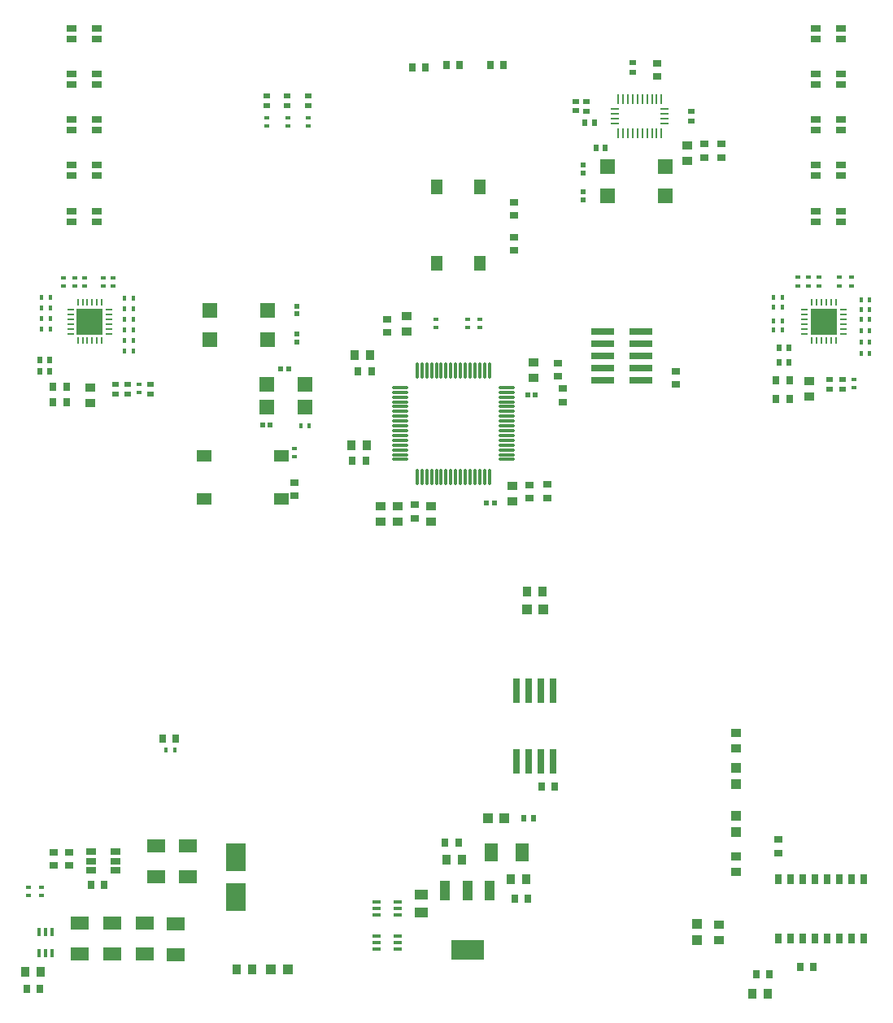
<source format=gtp>
G04*
G04 #@! TF.GenerationSoftware,Altium Limited,Altium Designer,20.1.12 (249)*
G04*
G04 Layer_Color=8421504*
%FSLAX25Y25*%
%MOIN*%
G70*
G04*
G04 #@! TF.SameCoordinates,8DF9F49D-D30B-48C0-AB84-75DE52E997E5*
G04*
G04*
G04 #@! TF.FilePolarity,Positive*
G04*
G01*
G75*
%ADD22R,0.01772X0.02165*%
%ADD23R,0.02165X0.01772*%
%ADD24R,0.02559X0.02165*%
%ADD25R,0.03937X0.04331*%
%ADD26R,0.03543X0.02756*%
%ADD27R,0.03937X0.03543*%
%ADD28R,0.03543X0.03937*%
%ADD29R,0.02756X0.03543*%
%ADD30R,0.04331X0.02953*%
%ADD31R,0.06299X0.06299*%
%ADD32R,0.02992X0.04331*%
%ADD33R,0.03347X0.01575*%
%ADD34R,0.09449X0.02992*%
%ADD35R,0.02500X0.10000*%
%ADD36R,0.06299X0.05118*%
%ADD37R,0.05118X0.06299*%
%ADD38O,0.03150X0.00787*%
%ADD39O,0.00787X0.03150*%
%ADD40R,0.10630X0.10630*%
%ADD41R,0.02165X0.02559*%
%ADD42R,0.02047X0.02047*%
%ADD43O,0.01181X0.07087*%
%ADD44O,0.07087X0.01181*%
%ADD45R,0.02047X0.02047*%
%ADD46R,0.04331X0.03937*%
%ADD47R,0.05315X0.07480*%
%ADD48R,0.05512X0.04134*%
%ADD49R,0.04331X0.08465*%
%ADD50R,0.04331X0.08465*%
%ADD51R,0.13780X0.08465*%
%ADD52R,0.01575X0.03347*%
%ADD53R,0.07480X0.05315*%
%ADD54R,0.04000X0.02700*%
%ADD55R,0.00984X0.03937*%
%ADD56R,0.03445X0.00984*%
%ADD57R,0.08268X0.11221*%
D22*
X166172Y260100D02*
D03*
X162628D02*
D03*
X59972Y299800D02*
D03*
X56428D02*
D03*
X59972Y308500D02*
D03*
X56428D02*
D03*
X93872Y290650D02*
D03*
X90328D02*
D03*
Y299310D02*
D03*
X93872D02*
D03*
X90328Y294980D02*
D03*
X93872D02*
D03*
X90328Y312300D02*
D03*
X93872D02*
D03*
X90328Y303640D02*
D03*
X93872D02*
D03*
X59900Y304200D02*
D03*
X56357D02*
D03*
X356357Y308600D02*
D03*
X359900D02*
D03*
X356357Y303200D02*
D03*
X359900D02*
D03*
X356357Y299300D02*
D03*
X359900D02*
D03*
X356357Y312600D02*
D03*
X359900D02*
D03*
X392228Y289800D02*
D03*
X395772D02*
D03*
X392228Y299100D02*
D03*
X395772D02*
D03*
X392228Y294500D02*
D03*
X395772D02*
D03*
Y303540D02*
D03*
X392228D02*
D03*
Y311700D02*
D03*
X395772D02*
D03*
X392228Y307600D02*
D03*
X395772D02*
D03*
X90328Y307970D02*
D03*
X93872D02*
D03*
X59972Y312700D02*
D03*
X56428D02*
D03*
X107528Y127000D02*
D03*
X111072D02*
D03*
D23*
X165700Y382928D02*
D03*
Y386472D02*
D03*
X157200Y382928D02*
D03*
Y386472D02*
D03*
X148700Y382928D02*
D03*
Y386472D02*
D03*
X218000Y300228D02*
D03*
Y303772D02*
D03*
X236000Y303772D02*
D03*
Y300228D02*
D03*
X231000Y303772D02*
D03*
Y300228D02*
D03*
X51000Y70772D02*
D03*
Y67228D02*
D03*
X65436Y317306D02*
D03*
Y320850D02*
D03*
X96339Y273607D02*
D03*
Y277150D02*
D03*
X370625Y321072D02*
D03*
Y317528D02*
D03*
X383200Y321072D02*
D03*
Y317528D02*
D03*
X374900Y321072D02*
D03*
Y317528D02*
D03*
X389500Y275628D02*
D03*
Y279172D02*
D03*
X366400Y321072D02*
D03*
Y317528D02*
D03*
X388200Y321072D02*
D03*
Y317528D02*
D03*
X69900Y317306D02*
D03*
Y320850D02*
D03*
X81700Y317306D02*
D03*
Y320850D02*
D03*
X74036Y317306D02*
D03*
Y320850D02*
D03*
X85739Y317306D02*
D03*
Y320850D02*
D03*
X160000Y250772D02*
D03*
Y247228D02*
D03*
X56300Y67228D02*
D03*
Y70772D02*
D03*
D24*
X165800Y395300D02*
D03*
Y391363D02*
D03*
X157000Y395300D02*
D03*
Y391363D02*
D03*
X148600Y395300D02*
D03*
Y391363D02*
D03*
X91839Y273017D02*
D03*
Y276954D02*
D03*
X101139Y273017D02*
D03*
Y276954D02*
D03*
X86739Y273017D02*
D03*
Y276954D02*
D03*
X379200Y275038D02*
D03*
Y278975D02*
D03*
X384600Y275038D02*
D03*
Y278975D02*
D03*
X298700Y404969D02*
D03*
Y408906D02*
D03*
X322700Y388968D02*
D03*
Y385032D02*
D03*
X279700Y389000D02*
D03*
Y392937D02*
D03*
X275400Y393168D02*
D03*
Y389231D02*
D03*
D25*
X255407Y184700D02*
D03*
X262100D02*
D03*
X246000Y99000D02*
D03*
X239307D02*
D03*
X150507Y36900D02*
D03*
X157200D02*
D03*
D26*
X270100Y275356D02*
D03*
Y269844D02*
D03*
X198000Y298244D02*
D03*
Y303756D02*
D03*
X328100Y370044D02*
D03*
Y375556D02*
D03*
X256300Y235856D02*
D03*
Y230344D02*
D03*
X263600Y235956D02*
D03*
Y230444D02*
D03*
X209400Y227656D02*
D03*
Y222144D02*
D03*
X250000Y346244D02*
D03*
Y351756D02*
D03*
X250000Y337512D02*
D03*
Y332000D02*
D03*
X160000Y236756D02*
D03*
Y231244D02*
D03*
X308700Y403244D02*
D03*
Y408756D02*
D03*
X335000Y375556D02*
D03*
Y370044D02*
D03*
X358500Y84744D02*
D03*
Y90256D02*
D03*
X61450Y85104D02*
D03*
Y79593D02*
D03*
X67550D02*
D03*
Y85104D02*
D03*
X316300Y282456D02*
D03*
Y276944D02*
D03*
X268000Y285756D02*
D03*
Y280244D02*
D03*
D27*
X206000Y305150D02*
D03*
Y298850D02*
D03*
X216000Y227150D02*
D03*
Y220850D02*
D03*
X76339Y275550D02*
D03*
Y269251D02*
D03*
X371100Y271987D02*
D03*
Y278286D02*
D03*
X249300Y229100D02*
D03*
Y235399D02*
D03*
X202200Y227150D02*
D03*
Y220850D02*
D03*
X321000Y368863D02*
D03*
Y375162D02*
D03*
X341000Y127850D02*
D03*
Y134150D02*
D03*
Y83299D02*
D03*
Y77000D02*
D03*
X334000Y49000D02*
D03*
Y55299D02*
D03*
X258000Y279701D02*
D03*
Y286000D02*
D03*
X195200Y220850D02*
D03*
Y227150D02*
D03*
D28*
X184850Y289000D02*
D03*
X191150D02*
D03*
X49850Y36000D02*
D03*
X56150D02*
D03*
X183350Y252200D02*
D03*
X189650D02*
D03*
X261550Y192000D02*
D03*
X255250D02*
D03*
X347850Y27000D02*
D03*
X354150D02*
D03*
X248701Y74000D02*
D03*
X255000D02*
D03*
X228774Y82146D02*
D03*
X222474D02*
D03*
X142550Y36900D02*
D03*
X136250D02*
D03*
D29*
X191656Y282500D02*
D03*
X186144D02*
D03*
X55756Y29000D02*
D03*
X50244D02*
D03*
X76594Y71648D02*
D03*
X82106D02*
D03*
X266756Y112000D02*
D03*
X261244D02*
D03*
X61084Y269750D02*
D03*
X66595D02*
D03*
X61084Y276150D02*
D03*
X66595D02*
D03*
X357444Y271100D02*
D03*
X362956D02*
D03*
X357444Y278700D02*
D03*
X362956D02*
D03*
X189256Y245700D02*
D03*
X183744D02*
D03*
X105944Y131600D02*
D03*
X111456D02*
D03*
X372756Y38000D02*
D03*
X367244D02*
D03*
X354756Y35000D02*
D03*
X349244D02*
D03*
X255756Y66000D02*
D03*
X250244D02*
D03*
X221719Y89146D02*
D03*
X227230D02*
D03*
X208244Y407000D02*
D03*
X213756D02*
D03*
X245756Y407879D02*
D03*
X240244D02*
D03*
X222244D02*
D03*
X227756D02*
D03*
D30*
X79158Y343835D02*
D03*
Y348165D02*
D03*
X68843Y343835D02*
D03*
Y348165D02*
D03*
Y423165D02*
D03*
Y418835D02*
D03*
X79158Y423165D02*
D03*
Y418835D02*
D03*
Y400085D02*
D03*
Y404415D02*
D03*
X68843Y400085D02*
D03*
Y404415D02*
D03*
X373843Y423165D02*
D03*
Y418835D02*
D03*
X384157Y423165D02*
D03*
Y418835D02*
D03*
X373843Y404415D02*
D03*
Y400085D02*
D03*
X384157Y404415D02*
D03*
Y400085D02*
D03*
X373843Y385665D02*
D03*
Y381335D02*
D03*
X384157Y385665D02*
D03*
Y381335D02*
D03*
X373843Y348165D02*
D03*
Y343835D02*
D03*
X384157Y348165D02*
D03*
Y343835D02*
D03*
X373843Y366915D02*
D03*
Y362585D02*
D03*
X384157Y366915D02*
D03*
Y362585D02*
D03*
X68843Y385665D02*
D03*
Y381335D02*
D03*
X79158Y385665D02*
D03*
Y381335D02*
D03*
X68843Y366915D02*
D03*
Y362585D02*
D03*
X79158Y366915D02*
D03*
Y362585D02*
D03*
D31*
X288200Y354351D02*
D03*
X311948D02*
D03*
X288200Y366300D02*
D03*
X311948D02*
D03*
X164348Y277000D02*
D03*
X148600D02*
D03*
X164348Y267551D02*
D03*
X148600D02*
D03*
X125400Y295300D02*
D03*
X149148D02*
D03*
X125400Y307249D02*
D03*
X149148D02*
D03*
D32*
X358500Y49795D02*
D03*
X363500D02*
D03*
X368500D02*
D03*
X373500D02*
D03*
X378500D02*
D03*
X383500D02*
D03*
X388500D02*
D03*
X393500D02*
D03*
X358500Y74205D02*
D03*
X363500D02*
D03*
X368500D02*
D03*
X373500D02*
D03*
X378500D02*
D03*
X383500D02*
D03*
X388500D02*
D03*
X393500D02*
D03*
D33*
X193571Y50559D02*
D03*
Y48000D02*
D03*
Y45441D02*
D03*
X202429D02*
D03*
Y48000D02*
D03*
Y50559D02*
D03*
X193571Y64559D02*
D03*
Y62000D02*
D03*
Y59441D02*
D03*
X202429D02*
D03*
Y62000D02*
D03*
Y64559D02*
D03*
D34*
X301877Y293800D02*
D03*
Y298800D02*
D03*
Y288800D02*
D03*
Y283800D02*
D03*
Y278800D02*
D03*
X286523Y298800D02*
D03*
Y293800D02*
D03*
Y288800D02*
D03*
Y283800D02*
D03*
Y278800D02*
D03*
D35*
X251100Y122400D02*
D03*
X256100D02*
D03*
X261100D02*
D03*
X266100D02*
D03*
Y151400D02*
D03*
X261100D02*
D03*
X256100D02*
D03*
X251100D02*
D03*
D36*
X123052Y230042D02*
D03*
Y247758D02*
D03*
X154548Y230042D02*
D03*
Y247758D02*
D03*
D37*
X235958Y326552D02*
D03*
X218242D02*
D03*
X235958Y358048D02*
D03*
X218242D02*
D03*
D38*
X84039Y297863D02*
D03*
Y299832D02*
D03*
Y301800D02*
D03*
Y303768D02*
D03*
Y305737D02*
D03*
Y307705D02*
D03*
X68291D02*
D03*
Y305737D02*
D03*
Y303768D02*
D03*
Y301800D02*
D03*
Y299832D02*
D03*
Y297863D02*
D03*
X369152D02*
D03*
Y299832D02*
D03*
Y301800D02*
D03*
Y303768D02*
D03*
Y305737D02*
D03*
Y307705D02*
D03*
X384900D02*
D03*
Y305737D02*
D03*
Y303768D02*
D03*
Y301800D02*
D03*
Y299832D02*
D03*
Y297863D02*
D03*
D39*
X81087Y310658D02*
D03*
X79118D02*
D03*
X77150D02*
D03*
X75181D02*
D03*
X73213D02*
D03*
X71244D02*
D03*
Y294910D02*
D03*
X73213D02*
D03*
X75181D02*
D03*
X77150D02*
D03*
X79118D02*
D03*
X81087D02*
D03*
X381947D02*
D03*
X379979D02*
D03*
X378010D02*
D03*
X376042D02*
D03*
X374073D02*
D03*
X372105D02*
D03*
Y310658D02*
D03*
X374073D02*
D03*
X376042D02*
D03*
X378010D02*
D03*
X379979D02*
D03*
X381947D02*
D03*
D40*
X76165Y302784D02*
D03*
X377026D02*
D03*
D41*
X55839Y282450D02*
D03*
X59776D02*
D03*
X55839Y287150D02*
D03*
X59776D02*
D03*
X358832Y286100D02*
D03*
X362769D02*
D03*
X358738Y291900D02*
D03*
X362675D02*
D03*
X287469Y374100D02*
D03*
X283531D02*
D03*
X282937Y384400D02*
D03*
X279000D02*
D03*
X254031Y99000D02*
D03*
X257968D02*
D03*
D42*
X241875Y228400D02*
D03*
X238725D02*
D03*
X258775Y272800D02*
D03*
X255625D02*
D03*
X150175Y260400D02*
D03*
X147025D02*
D03*
X157575Y283400D02*
D03*
X154425D02*
D03*
D43*
X210336Y282850D02*
D03*
X212305D02*
D03*
X214273D02*
D03*
X216242D02*
D03*
X218210D02*
D03*
X220179D02*
D03*
X222147D02*
D03*
X224116D02*
D03*
X226084D02*
D03*
X228053D02*
D03*
X230021D02*
D03*
X231990D02*
D03*
X233958D02*
D03*
X235927D02*
D03*
X237895D02*
D03*
X239864D02*
D03*
Y239150D02*
D03*
X237895D02*
D03*
X235927D02*
D03*
X233958D02*
D03*
X231990D02*
D03*
X230021D02*
D03*
X228053D02*
D03*
X226084D02*
D03*
X224116D02*
D03*
X222147D02*
D03*
X220179D02*
D03*
X218210D02*
D03*
X216242D02*
D03*
X214273D02*
D03*
X212305D02*
D03*
X210336D02*
D03*
D44*
X246950Y275764D02*
D03*
Y273795D02*
D03*
Y271827D02*
D03*
Y269858D02*
D03*
Y267890D02*
D03*
Y265921D02*
D03*
Y263953D02*
D03*
Y261984D02*
D03*
Y260016D02*
D03*
Y258047D02*
D03*
Y256079D02*
D03*
Y254110D02*
D03*
Y252142D02*
D03*
Y250173D02*
D03*
Y248205D02*
D03*
Y246236D02*
D03*
X203250D02*
D03*
Y248205D02*
D03*
Y250173D02*
D03*
Y252142D02*
D03*
Y254110D02*
D03*
Y256079D02*
D03*
Y258047D02*
D03*
Y260016D02*
D03*
Y261984D02*
D03*
Y263953D02*
D03*
Y265921D02*
D03*
Y267890D02*
D03*
Y269858D02*
D03*
Y271827D02*
D03*
Y273795D02*
D03*
Y275764D02*
D03*
D45*
X278200Y363725D02*
D03*
Y366875D02*
D03*
Y355875D02*
D03*
Y352725D02*
D03*
X161000Y297575D02*
D03*
Y294425D02*
D03*
Y306000D02*
D03*
Y309150D02*
D03*
D46*
X325000Y49150D02*
D03*
Y55843D02*
D03*
X341000Y119693D02*
D03*
Y113000D02*
D03*
Y93307D02*
D03*
Y100000D02*
D03*
D47*
X253299Y85000D02*
D03*
X240701D02*
D03*
D48*
X212000Y60260D02*
D03*
Y67740D02*
D03*
D49*
X239918Y69314D02*
D03*
X221808D02*
D03*
D50*
X230863D02*
D03*
D51*
X230863Y44905D02*
D03*
D52*
X60559Y43571D02*
D03*
X58000D02*
D03*
X55441D02*
D03*
Y52429D02*
D03*
X58000D02*
D03*
X60559D02*
D03*
D53*
X103250Y87748D02*
D03*
Y75150D02*
D03*
X116350Y87748D02*
D03*
Y75150D02*
D03*
X71900Y43401D02*
D03*
Y55999D02*
D03*
X85400Y43301D02*
D03*
Y55899D02*
D03*
X98600Y43301D02*
D03*
Y55899D02*
D03*
X111500Y43201D02*
D03*
Y55799D02*
D03*
D54*
X76550Y85248D02*
D03*
Y81448D02*
D03*
X86750Y85248D02*
D03*
Y81448D02*
D03*
Y77748D02*
D03*
X76550D02*
D03*
D55*
X292758Y379898D02*
D03*
X294726Y379900D02*
D03*
X296694D02*
D03*
X298663D02*
D03*
X300631D02*
D03*
X302600D02*
D03*
X304569D02*
D03*
X306537D02*
D03*
X308506D02*
D03*
X310474D02*
D03*
X292758Y394174D02*
D03*
X294726D02*
D03*
X296694D02*
D03*
X298663D02*
D03*
X300631D02*
D03*
X302600D02*
D03*
X304569D02*
D03*
X306537D02*
D03*
X308506D02*
D03*
X310474D02*
D03*
D56*
X291478Y384083D02*
D03*
Y386136D02*
D03*
Y388020D02*
D03*
Y389989D02*
D03*
X311754Y386052D02*
D03*
Y388020D02*
D03*
Y389989D02*
D03*
Y384083D02*
D03*
D57*
X136000Y83169D02*
D03*
Y66831D02*
D03*
M02*

</source>
